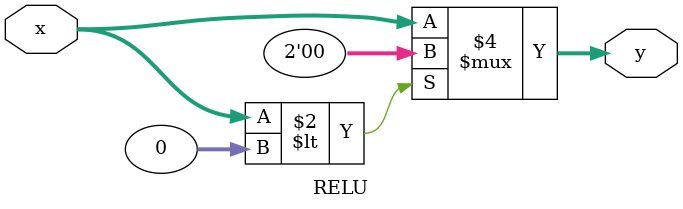
<source format=sv>
`timescale 1ns / 1ps


module RELU #(parameter DEP=2)(
    input signed [(DEP-1):0] x,
    //input en,
    output logic signed [(DEP-1):0] y
    );
    
    always_comb
    begin
//        if (en)
//        begin
//            if (x < 0)
//                y = 0;
//            else
//                y = x;
//        end
//        else
//            y = 0;
        if (x < 0)
            y = 0;
        else
            y = x;
    end
endmodule

</source>
